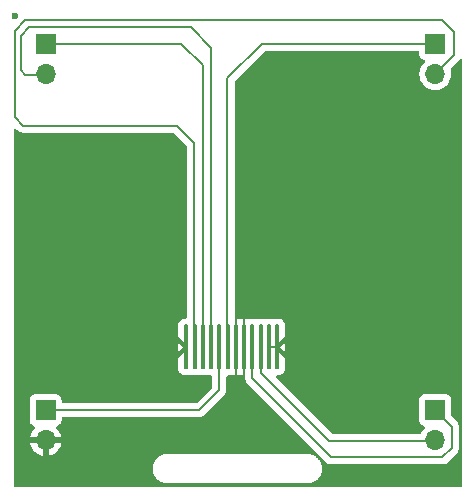
<source format=gbr>
%TF.GenerationSoftware,KiCad,Pcbnew,8.0.1*%
%TF.CreationDate,2024-04-24T15:21:32+01:00*%
%TF.ProjectId,Kishoof_screen,4b697368-6f6f-4665-9f73-637265656e2e,rev?*%
%TF.SameCoordinates,Original*%
%TF.FileFunction,Copper,L2,Bot*%
%TF.FilePolarity,Positive*%
%FSLAX46Y46*%
G04 Gerber Fmt 4.6, Leading zero omitted, Abs format (unit mm)*
G04 Created by KiCad (PCBNEW 8.0.1) date 2024-04-24 15:21:32*
%MOMM*%
%LPD*%
G01*
G04 APERTURE LIST*
G04 Aperture macros list*
%AMRoundRect*
0 Rectangle with rounded corners*
0 $1 Rounding radius*
0 $2 $3 $4 $5 $6 $7 $8 $9 X,Y pos of 4 corners*
0 Add a 4 corners polygon primitive as box body*
4,1,4,$2,$3,$4,$5,$6,$7,$8,$9,$2,$3,0*
0 Add four circle primitives for the rounded corners*
1,1,$1+$1,$2,$3*
1,1,$1+$1,$4,$5*
1,1,$1+$1,$6,$7*
1,1,$1+$1,$8,$9*
0 Add four rect primitives between the rounded corners*
20,1,$1+$1,$2,$3,$4,$5,0*
20,1,$1+$1,$4,$5,$6,$7,0*
20,1,$1+$1,$6,$7,$8,$9,0*
20,1,$1+$1,$8,$9,$2,$3,0*%
G04 Aperture macros list end*
%TA.AperFunction,ComponentPad*%
%ADD10R,1.700000X1.700000*%
%TD*%
%TA.AperFunction,ComponentPad*%
%ADD11O,1.700000X1.700000*%
%TD*%
%TA.AperFunction,SMDPad,CuDef*%
%ADD12RoundRect,0.088900X0.088900X1.816100X-0.088900X1.816100X-0.088900X-1.816100X0.088900X-1.816100X0*%
%TD*%
%TA.AperFunction,ViaPad*%
%ADD13C,0.600000*%
%TD*%
%TA.AperFunction,Conductor*%
%ADD14C,0.200000*%
%TD*%
G04 APERTURE END LIST*
D10*
%TO.P,J4,1,Pin_1*%
%TO.N,+3.3V*%
X94000000Y-74000000D03*
D11*
%TO.P,J4,2,Pin_2*%
%TO.N,/LCD_BACKLIGHT*%
X94000000Y-76540000D03*
%TD*%
D10*
%TO.P,J2,1,Pin_1*%
%TO.N,/LCD_DC*%
X94000000Y-43000000D03*
D11*
%TO.P,J2,2,Pin_2*%
%TO.N,/LCD_RESET*%
X94000000Y-45540000D03*
%TD*%
D12*
%TO.P,U1,1,GND*%
%TO.N,GND*%
X80613900Y-68650000D03*
%TO.P,U1,2,LEDK*%
X79913900Y-68650000D03*
%TO.P,U1,3,LEDA*%
%TO.N,/LCD_BACKLIGHT*%
X79213900Y-68650000D03*
%TO.P,U1,4,VDD*%
%TO.N,+3.3V*%
X78513900Y-68650000D03*
%TO.P,U1,5,GND*%
%TO.N,GND*%
X77813900Y-68650000D03*
%TO.P,U1,6,GND*%
X77113900Y-68650000D03*
%TO.P,U1,7,D/C*%
%TO.N,/LCD_DC*%
X76413900Y-68650000D03*
%TO.P,U1,8,~{CS}*%
%TO.N,/LCD_SPI3_SS*%
X75713900Y-68650000D03*
%TO.P,U1,9,SCL*%
%TO.N,/LCD_SPI3_SCK*%
X75013900Y-68650000D03*
%TO.P,U1,10,SDA*%
%TO.N,/LCD_SPI3_MOSI*%
X74313900Y-68650000D03*
%TO.P,U1,11,RESET*%
%TO.N,/LCD_RESET*%
X73613900Y-68650000D03*
%TO.P,U1,12,GND*%
%TO.N,GND*%
X72913900Y-68650000D03*
%TD*%
D10*
%TO.P,J1,1,Pin_1*%
%TO.N,/LCD_SPI3_MOSI*%
X61000000Y-43000000D03*
D11*
%TO.P,J1,2,Pin_2*%
%TO.N,/LCD_SPI3_SCK*%
X61000000Y-45540000D03*
%TD*%
D10*
%TO.P,J3,1,Pin_1*%
%TO.N,/LCD_SPI3_SS*%
X61000000Y-74000000D03*
D11*
%TO.P,J3,2,Pin_2*%
%TO.N,GND*%
X61000000Y-76540000D03*
%TD*%
D13*
%TO.N,GND*%
X58400000Y-40600000D03*
%TD*%
D14*
%TO.N,/LCD_SPI3_MOSI*%
X74300000Y-68636100D02*
X74313900Y-68650000D01*
X74300000Y-44800000D02*
X74300000Y-68636100D01*
X72500000Y-43000000D02*
X74300000Y-44800000D01*
X61000000Y-43000000D02*
X72500000Y-43000000D01*
%TO.N,/LCD_SPI3_SCK*%
X73300000Y-41600000D02*
X59600000Y-41600000D01*
X58900000Y-45200000D02*
X59300000Y-45600000D01*
X59300000Y-45600000D02*
X60960000Y-45600000D01*
X58900000Y-42300000D02*
X58900000Y-45200000D01*
X59600000Y-41600000D02*
X58900000Y-42300000D01*
X75013900Y-68650000D02*
X75000000Y-68636100D01*
X75000000Y-68636100D02*
X75000000Y-43300000D01*
X75000000Y-43300000D02*
X73300000Y-41600000D01*
%TO.N,/LCD_DC*%
X79300000Y-43000000D02*
X76400000Y-45900000D01*
X76400000Y-68636100D02*
X76413900Y-68650000D01*
X94000000Y-43000000D02*
X79300000Y-43000000D01*
X76400000Y-45900000D02*
X76400000Y-68636100D01*
%TO.N,/LCD_RESET*%
X72100000Y-49900000D02*
X73600000Y-51400000D01*
X94000000Y-45540000D02*
X95600000Y-43940000D01*
X59300000Y-41000000D02*
X58400000Y-41900000D01*
X59100000Y-49900000D02*
X72100000Y-49900000D01*
X94600000Y-41000000D02*
X59300000Y-41000000D01*
X94000000Y-45640000D02*
X94000000Y-45540000D01*
X73600000Y-68636100D02*
X73613900Y-68650000D01*
X73600000Y-51400000D02*
X73600000Y-68636100D01*
X95600000Y-42000000D02*
X94600000Y-41000000D01*
X58400000Y-41900000D02*
X58400000Y-49200000D01*
X58400000Y-49200000D02*
X59100000Y-49900000D01*
X95600000Y-43940000D02*
X95600000Y-42000000D01*
%TO.N,GND*%
X79913900Y-68650000D02*
X80613900Y-68650000D01*
X77113900Y-66113900D02*
X77100000Y-66100000D01*
X77800000Y-68636100D02*
X77800000Y-66100000D01*
X77113900Y-71386100D02*
X77113900Y-66113900D01*
X77800000Y-71400000D02*
X77813900Y-71386100D01*
X77813900Y-68650000D02*
X77800000Y-68636100D01*
X77100000Y-71400000D02*
X77113900Y-71386100D01*
X77813900Y-71386100D02*
X77813900Y-68650000D01*
%TO.N,/LCD_SPI3_SS*%
X74000000Y-74000000D02*
X61000000Y-74000000D01*
X75700000Y-72300000D02*
X74000000Y-74000000D01*
X75713900Y-68650000D02*
X75700000Y-68663900D01*
X75700000Y-68663900D02*
X75700000Y-72300000D01*
%TO.N,/LCD_BACKLIGHT*%
X79213900Y-70813900D02*
X85000000Y-76600000D01*
X93940000Y-76600000D02*
X94000000Y-76540000D01*
X79213900Y-68650000D02*
X79213900Y-70813900D01*
X85000000Y-76600000D02*
X93940000Y-76600000D01*
X94000000Y-76540000D02*
X94000000Y-76640000D01*
%TO.N,+3.3V*%
X95400000Y-77200000D02*
X94600000Y-78000000D01*
X85200000Y-78000000D02*
X78513900Y-71313900D01*
X94000000Y-74000000D02*
X95400000Y-75400000D01*
X95400000Y-75400000D02*
X95400000Y-77200000D01*
X78513900Y-71313900D02*
X78513900Y-68650000D01*
X94600000Y-78000000D02*
X85200000Y-78000000D01*
%TD*%
%TA.AperFunction,Conductor*%
%TO.N,GND*%
G36*
X92592540Y-43620185D02*
G01*
X92638295Y-43672989D01*
X92649501Y-43724500D01*
X92649501Y-43897876D01*
X92655908Y-43957483D01*
X92706202Y-44092328D01*
X92706206Y-44092335D01*
X92792452Y-44207544D01*
X92792455Y-44207547D01*
X92907664Y-44293793D01*
X92907671Y-44293797D01*
X93039081Y-44342810D01*
X93095015Y-44384681D01*
X93119432Y-44450145D01*
X93104580Y-44518418D01*
X93083430Y-44546673D01*
X92961503Y-44668600D01*
X92825965Y-44862169D01*
X92825964Y-44862171D01*
X92761927Y-44999500D01*
X92727309Y-45073739D01*
X92726098Y-45076335D01*
X92726094Y-45076344D01*
X92664938Y-45304586D01*
X92664936Y-45304596D01*
X92644341Y-45539999D01*
X92644341Y-45540000D01*
X92664936Y-45775403D01*
X92664938Y-45775413D01*
X92726094Y-46003655D01*
X92726096Y-46003659D01*
X92726097Y-46003663D01*
X92812770Y-46189534D01*
X92825965Y-46217830D01*
X92825967Y-46217834D01*
X92850855Y-46253377D01*
X92961505Y-46411401D01*
X93128599Y-46578495D01*
X93225384Y-46646265D01*
X93322165Y-46714032D01*
X93322167Y-46714033D01*
X93322170Y-46714035D01*
X93536337Y-46813903D01*
X93764592Y-46875063D01*
X93952918Y-46891539D01*
X93999999Y-46895659D01*
X94000000Y-46895659D01*
X94000001Y-46895659D01*
X94039234Y-46892226D01*
X94235408Y-46875063D01*
X94463663Y-46813903D01*
X94677830Y-46714035D01*
X94871401Y-46578495D01*
X95038495Y-46411401D01*
X95174035Y-46217830D01*
X95273903Y-46003663D01*
X95335063Y-45775408D01*
X95355659Y-45540000D01*
X95354896Y-45531284D01*
X95351539Y-45492918D01*
X95335063Y-45304592D01*
X95300671Y-45176239D01*
X95302334Y-45106393D01*
X95332763Y-45056470D01*
X96080520Y-44308716D01*
X96080520Y-44308715D01*
X96086267Y-44302969D01*
X96088288Y-44304990D01*
X96133541Y-44271942D01*
X96203287Y-44267780D01*
X96264210Y-44301987D01*
X96296969Y-44363701D01*
X96299500Y-44388627D01*
X96299500Y-80375500D01*
X96279815Y-80442539D01*
X96227011Y-80488294D01*
X96175500Y-80499500D01*
X58424500Y-80499500D01*
X58357461Y-80479815D01*
X58311706Y-80427011D01*
X58300500Y-80375500D01*
X58300500Y-78934997D01*
X70058153Y-78934997D01*
X70058406Y-78937486D01*
X70058406Y-78962514D01*
X70058154Y-78964997D01*
X70058154Y-78965002D01*
X70065721Y-79011715D01*
X70066683Y-79019018D01*
X70078212Y-79132573D01*
X70078740Y-79139989D01*
X70079354Y-79154910D01*
X70080675Y-79187077D01*
X70081481Y-79189655D01*
X70086491Y-79214110D01*
X70086764Y-79216806D01*
X70103492Y-79260851D01*
X70105927Y-79267895D01*
X70138036Y-79370658D01*
X70140230Y-79378597D01*
X70150799Y-79422471D01*
X70150802Y-79422478D01*
X70153047Y-79426605D01*
X70162472Y-79448864D01*
X70163875Y-79453356D01*
X70163876Y-79453358D01*
X70163878Y-79453361D01*
X70188026Y-79491483D01*
X70188031Y-79491490D01*
X70192206Y-79498594D01*
X70241221Y-79588705D01*
X70245067Y-79596400D01*
X70263446Y-79636605D01*
X70263450Y-79636611D01*
X70267043Y-79640959D01*
X70280376Y-79660685D01*
X70283070Y-79665637D01*
X70283071Y-79665639D01*
X70313518Y-79697674D01*
X70319227Y-79704114D01*
X70382873Y-79781140D01*
X70388316Y-79788235D01*
X70413448Y-79823556D01*
X70413451Y-79823558D01*
X70418453Y-79827692D01*
X70435051Y-79844290D01*
X70439189Y-79849298D01*
X70439193Y-79849302D01*
X70474522Y-79874440D01*
X70481616Y-79879883D01*
X70558626Y-79943515D01*
X70565067Y-79949224D01*
X70597111Y-79979679D01*
X70602063Y-79982373D01*
X70621797Y-79995711D01*
X70626139Y-79999299D01*
X70626140Y-79999299D01*
X70626142Y-79999301D01*
X70666367Y-80017688D01*
X70674027Y-80021517D01*
X70764162Y-80070546D01*
X70771259Y-80074719D01*
X70809384Y-80098870D01*
X70809387Y-80098871D01*
X70809389Y-80098872D01*
X70813872Y-80100272D01*
X70836148Y-80109704D01*
X70840275Y-80111949D01*
X70884172Y-80122523D01*
X70892090Y-80124712D01*
X70992093Y-80155958D01*
X71000201Y-80158803D01*
X71041388Y-80174886D01*
X71046982Y-80175506D01*
X71070299Y-80180395D01*
X71072054Y-80180943D01*
X71075676Y-80182075D01*
X71119888Y-80183890D01*
X71128427Y-80184539D01*
X71197768Y-80192229D01*
X71216187Y-80195698D01*
X71234108Y-80200500D01*
X71265480Y-80200500D01*
X71279149Y-80201256D01*
X71310318Y-80204713D01*
X71310318Y-80204712D01*
X71310319Y-80204713D01*
X71317990Y-80203543D01*
X71328654Y-80201917D01*
X71347347Y-80200500D01*
X83108487Y-80200500D01*
X83128317Y-80202095D01*
X83143749Y-80204596D01*
X83177848Y-80201133D01*
X83190373Y-80200500D01*
X83224641Y-80200500D01*
X83224642Y-80200500D01*
X83239742Y-80196453D01*
X83259303Y-80192863D01*
X83341313Y-80184537D01*
X83348737Y-80184008D01*
X83395824Y-80182075D01*
X83398398Y-80181270D01*
X83422875Y-80176257D01*
X83425559Y-80175985D01*
X83469622Y-80159248D01*
X83476618Y-80156829D01*
X83579421Y-80124708D01*
X83587328Y-80122522D01*
X83631225Y-80111949D01*
X83635344Y-80109708D01*
X83657629Y-80100271D01*
X83662111Y-80098872D01*
X83700261Y-80074704D01*
X83707330Y-80070549D01*
X83764742Y-80039320D01*
X83797453Y-80021528D01*
X83805152Y-80017680D01*
X83805163Y-80017675D01*
X83845359Y-79999301D01*
X83849702Y-79995711D01*
X83869438Y-79982370D01*
X83874390Y-79979678D01*
X83880836Y-79973551D01*
X83906424Y-79949232D01*
X83912865Y-79943522D01*
X83989893Y-79879874D01*
X83996976Y-79874438D01*
X84032308Y-79849299D01*
X84036434Y-79844304D01*
X84053049Y-79827689D01*
X84058050Y-79823558D01*
X84083206Y-79788202D01*
X84088626Y-79781140D01*
X84152282Y-79704100D01*
X84157959Y-79697696D01*
X84188428Y-79665640D01*
X84191123Y-79660685D01*
X84204459Y-79640954D01*
X84208051Y-79636608D01*
X84226430Y-79596400D01*
X84230272Y-79588712D01*
X84279292Y-79498594D01*
X84279301Y-79498578D01*
X84283447Y-79491522D01*
X84307622Y-79453361D01*
X84309021Y-79448879D01*
X84318459Y-79426592D01*
X84320699Y-79422475D01*
X84331272Y-79378578D01*
X84333462Y-79370658D01*
X84365579Y-79267868D01*
X84367998Y-79260872D01*
X84384735Y-79216809D01*
X84385007Y-79214125D01*
X84390020Y-79189648D01*
X84390825Y-79187074D01*
X84392758Y-79139991D01*
X84393288Y-79132560D01*
X84402165Y-79045123D01*
X84404816Y-79019010D01*
X84405771Y-79011747D01*
X84413346Y-78965001D01*
X84413095Y-78962528D01*
X84413095Y-78937467D01*
X84413346Y-78934999D01*
X84405772Y-78888256D01*
X84404815Y-78880981D01*
X84393287Y-78767425D01*
X84392758Y-78760003D01*
X84390825Y-78712926D01*
X84390824Y-78712922D01*
X84390824Y-78712921D01*
X84390018Y-78710342D01*
X84385007Y-78685873D01*
X84384735Y-78683191D01*
X84384734Y-78683188D01*
X84384734Y-78683187D01*
X84368009Y-78639154D01*
X84365577Y-78632122D01*
X84333461Y-78529340D01*
X84331270Y-78521410D01*
X84321420Y-78480520D01*
X84320699Y-78477525D01*
X84318454Y-78473398D01*
X84309022Y-78451122D01*
X84307622Y-78446639D01*
X84307621Y-78446637D01*
X84307620Y-78446634D01*
X84283469Y-78408509D01*
X84279292Y-78401405D01*
X84259149Y-78364374D01*
X84230267Y-78311277D01*
X84226438Y-78303617D01*
X84208051Y-78263392D01*
X84204461Y-78259047D01*
X84191123Y-78239313D01*
X84188429Y-78234362D01*
X84188429Y-78234360D01*
X84157974Y-78202317D01*
X84152265Y-78195876D01*
X84088633Y-78118866D01*
X84083190Y-78111772D01*
X84058052Y-78076443D01*
X84058048Y-78076439D01*
X84053040Y-78072301D01*
X84036442Y-78055703D01*
X84032308Y-78050701D01*
X84032306Y-78050698D01*
X83996985Y-78025566D01*
X83989890Y-78020123D01*
X83912864Y-77956477D01*
X83906424Y-77950768D01*
X83874389Y-77920321D01*
X83874387Y-77920320D01*
X83869435Y-77917626D01*
X83849709Y-77904293D01*
X83845361Y-77900700D01*
X83845355Y-77900696D01*
X83805150Y-77882317D01*
X83797455Y-77878471D01*
X83707344Y-77829456D01*
X83700240Y-77825281D01*
X83700238Y-77825280D01*
X83662111Y-77801128D01*
X83662108Y-77801126D01*
X83662106Y-77801125D01*
X83657614Y-77799722D01*
X83635355Y-77790297D01*
X83631228Y-77788052D01*
X83631221Y-77788049D01*
X83587347Y-77777480D01*
X83579408Y-77775286D01*
X83476645Y-77743177D01*
X83469601Y-77740742D01*
X83462441Y-77738022D01*
X83425559Y-77724015D01*
X83425558Y-77724014D01*
X83425556Y-77724014D01*
X83423079Y-77723763D01*
X83422859Y-77723740D01*
X83398405Y-77718731D01*
X83395827Y-77717925D01*
X83387809Y-77717595D01*
X83348737Y-77715990D01*
X83341322Y-77715462D01*
X83259307Y-77707136D01*
X83239739Y-77703545D01*
X83224643Y-77699500D01*
X83224642Y-77699500D01*
X83190373Y-77699500D01*
X83177848Y-77698866D01*
X83143749Y-77695403D01*
X83130298Y-77697583D01*
X83128317Y-77697904D01*
X83108487Y-77699500D01*
X71347347Y-77699500D01*
X71328654Y-77698083D01*
X71310318Y-77695286D01*
X71279149Y-77698744D01*
X71265480Y-77699500D01*
X71234108Y-77699500D01*
X71216183Y-77704302D01*
X71197765Y-77707769D01*
X71128437Y-77715458D01*
X71119859Y-77716109D01*
X71075681Y-77717924D01*
X71075670Y-77717926D01*
X71070286Y-77719608D01*
X71046995Y-77724491D01*
X71041389Y-77725113D01*
X71041386Y-77725113D01*
X71000216Y-77741189D01*
X70992096Y-77744039D01*
X70892092Y-77775285D01*
X70884156Y-77777479D01*
X70840274Y-77788051D01*
X70836134Y-77790303D01*
X70813883Y-77799723D01*
X70809398Y-77801124D01*
X70809383Y-77801131D01*
X70771259Y-77825280D01*
X70764159Y-77829454D01*
X70674039Y-77878475D01*
X70666341Y-77882322D01*
X70626144Y-77900697D01*
X70626139Y-77900700D01*
X70621789Y-77904295D01*
X70602067Y-77917625D01*
X70597111Y-77920320D01*
X70565064Y-77950777D01*
X70558628Y-77956482D01*
X70481614Y-78020118D01*
X70474522Y-78025560D01*
X70439190Y-78050701D01*
X70435053Y-78055708D01*
X70418459Y-78072303D01*
X70413454Y-78076438D01*
X70413449Y-78076444D01*
X70388317Y-78111763D01*
X70382875Y-78118855D01*
X70319227Y-78195884D01*
X70313521Y-78202321D01*
X70283073Y-78234358D01*
X70283066Y-78234369D01*
X70280373Y-78239319D01*
X70267049Y-78259032D01*
X70263454Y-78263383D01*
X70263447Y-78263393D01*
X70245065Y-78303604D01*
X70241219Y-78311300D01*
X70192207Y-78401403D01*
X70188034Y-78408502D01*
X70163880Y-78446635D01*
X70163874Y-78446648D01*
X70162473Y-78451133D01*
X70153053Y-78473384D01*
X70150801Y-78477524D01*
X70140229Y-78521406D01*
X70138035Y-78529343D01*
X70105927Y-78632103D01*
X70103492Y-78639145D01*
X70086764Y-78683191D01*
X70086762Y-78683200D01*
X70086488Y-78685901D01*
X70081487Y-78710324D01*
X70080675Y-78712922D01*
X70080674Y-78712929D01*
X70078741Y-78759990D01*
X70078212Y-78767425D01*
X70066683Y-78880981D01*
X70065721Y-78888286D01*
X70058153Y-78934997D01*
X58300500Y-78934997D01*
X58300500Y-68223646D01*
X72236100Y-68223646D01*
X72236100Y-69076352D01*
X72662453Y-68650000D01*
X72662453Y-68649999D01*
X72236100Y-68223646D01*
X58300500Y-68223646D01*
X58300500Y-50249097D01*
X58320185Y-50182058D01*
X58372989Y-50136303D01*
X58442147Y-50126359D01*
X58505703Y-50155384D01*
X58512181Y-50161416D01*
X58615139Y-50264374D01*
X58615149Y-50264385D01*
X58619479Y-50268715D01*
X58619480Y-50268716D01*
X58731284Y-50380520D01*
X58731286Y-50380521D01*
X58731290Y-50380524D01*
X58868209Y-50459573D01*
X58868216Y-50459577D01*
X58980019Y-50489534D01*
X59020942Y-50500500D01*
X59020943Y-50500500D01*
X71799903Y-50500500D01*
X71866942Y-50520185D01*
X71887584Y-50536819D01*
X72963181Y-51612416D01*
X72996666Y-51673739D01*
X72999500Y-51700097D01*
X72999500Y-66121000D01*
X72979815Y-66188039D01*
X72927011Y-66233794D01*
X72875501Y-66245000D01*
X72786395Y-66245000D01*
X72671274Y-66260154D01*
X72671265Y-66260157D01*
X72528010Y-66319495D01*
X72404991Y-66413891D01*
X72310595Y-66536910D01*
X72251257Y-66680165D01*
X72251256Y-66680167D01*
X72236100Y-66795296D01*
X72236100Y-67720753D01*
X72899281Y-68383934D01*
X72932766Y-68445257D01*
X72935600Y-68471615D01*
X72935600Y-68828384D01*
X72915915Y-68895423D01*
X72899281Y-68916065D01*
X72236100Y-69579245D01*
X72236100Y-70504705D01*
X72251254Y-70619825D01*
X72251257Y-70619834D01*
X72310595Y-70763089D01*
X72404991Y-70886108D01*
X72528010Y-70980504D01*
X72671265Y-71039842D01*
X72671267Y-71039843D01*
X72786396Y-71054999D01*
X73041405Y-71054999D01*
X73156525Y-71039845D01*
X73156534Y-71039842D01*
X73215792Y-71015296D01*
X73285261Y-71007826D01*
X73310693Y-71015293D01*
X73371136Y-71040329D01*
X73486369Y-71055500D01*
X73741430Y-71055499D01*
X73856664Y-71040329D01*
X73916450Y-71015564D01*
X73985915Y-71008096D01*
X74011343Y-71015561D01*
X74071136Y-71040329D01*
X74186369Y-71055500D01*
X74441430Y-71055499D01*
X74556664Y-71040329D01*
X74616450Y-71015564D01*
X74685915Y-71008096D01*
X74711343Y-71015561D01*
X74771136Y-71040329D01*
X74886369Y-71055500D01*
X74975500Y-71055499D01*
X75042538Y-71075183D01*
X75088294Y-71127986D01*
X75099500Y-71179499D01*
X75099500Y-71999903D01*
X75079815Y-72066942D01*
X75063181Y-72087584D01*
X73787584Y-73363181D01*
X73726261Y-73396666D01*
X73699903Y-73399500D01*
X62474499Y-73399500D01*
X62407460Y-73379815D01*
X62361705Y-73327011D01*
X62350499Y-73275500D01*
X62350499Y-73102129D01*
X62350498Y-73102123D01*
X62350497Y-73102116D01*
X62344091Y-73042517D01*
X62293796Y-72907669D01*
X62293795Y-72907668D01*
X62293793Y-72907664D01*
X62207547Y-72792455D01*
X62207544Y-72792452D01*
X62092335Y-72706206D01*
X62092328Y-72706202D01*
X61957482Y-72655908D01*
X61957483Y-72655908D01*
X61897883Y-72649501D01*
X61897881Y-72649500D01*
X61897873Y-72649500D01*
X61897864Y-72649500D01*
X60102129Y-72649500D01*
X60102123Y-72649501D01*
X60042516Y-72655908D01*
X59907671Y-72706202D01*
X59907664Y-72706206D01*
X59792455Y-72792452D01*
X59792452Y-72792455D01*
X59706206Y-72907664D01*
X59706202Y-72907671D01*
X59655908Y-73042517D01*
X59649501Y-73102116D01*
X59649501Y-73102123D01*
X59649500Y-73102135D01*
X59649500Y-74897870D01*
X59649501Y-74897876D01*
X59655908Y-74957483D01*
X59706202Y-75092328D01*
X59706206Y-75092335D01*
X59792452Y-75207544D01*
X59792455Y-75207547D01*
X59907664Y-75293793D01*
X59907671Y-75293797D01*
X59907674Y-75293798D01*
X60039598Y-75343002D01*
X60095531Y-75384873D01*
X60119949Y-75450337D01*
X60105098Y-75518610D01*
X60083947Y-75546865D01*
X59961886Y-75668926D01*
X59826400Y-75862420D01*
X59826399Y-75862422D01*
X59726570Y-76076507D01*
X59726567Y-76076513D01*
X59669364Y-76289999D01*
X59669364Y-76290000D01*
X60566988Y-76290000D01*
X60534075Y-76347007D01*
X60500000Y-76474174D01*
X60500000Y-76605826D01*
X60534075Y-76732993D01*
X60566988Y-76790000D01*
X59669364Y-76790000D01*
X59726567Y-77003486D01*
X59726570Y-77003492D01*
X59826399Y-77217578D01*
X59961894Y-77411082D01*
X60128917Y-77578105D01*
X60322421Y-77713600D01*
X60536507Y-77813429D01*
X60536516Y-77813433D01*
X60750000Y-77870634D01*
X60750000Y-76973012D01*
X60807007Y-77005925D01*
X60934174Y-77040000D01*
X61065826Y-77040000D01*
X61192993Y-77005925D01*
X61250000Y-76973012D01*
X61250000Y-77870633D01*
X61463483Y-77813433D01*
X61463492Y-77813429D01*
X61677578Y-77713600D01*
X61871082Y-77578105D01*
X62038105Y-77411082D01*
X62173600Y-77217578D01*
X62273429Y-77003492D01*
X62273432Y-77003486D01*
X62330636Y-76790000D01*
X61433012Y-76790000D01*
X61465925Y-76732993D01*
X61500000Y-76605826D01*
X61500000Y-76474174D01*
X61465925Y-76347007D01*
X61433012Y-76290000D01*
X62330636Y-76290000D01*
X62330635Y-76289999D01*
X62273432Y-76076513D01*
X62273429Y-76076507D01*
X62173600Y-75862422D01*
X62173599Y-75862420D01*
X62038113Y-75668926D01*
X62038108Y-75668920D01*
X61916053Y-75546865D01*
X61882568Y-75485542D01*
X61887552Y-75415850D01*
X61929424Y-75359917D01*
X61960400Y-75343002D01*
X62092331Y-75293796D01*
X62207546Y-75207546D01*
X62293796Y-75092331D01*
X62344091Y-74957483D01*
X62350500Y-74897873D01*
X62350500Y-74724500D01*
X62370185Y-74657461D01*
X62422989Y-74611706D01*
X62474500Y-74600500D01*
X73913331Y-74600500D01*
X73913347Y-74600501D01*
X73920943Y-74600501D01*
X74079054Y-74600501D01*
X74079057Y-74600501D01*
X74231785Y-74559577D01*
X74281904Y-74530639D01*
X74368716Y-74480520D01*
X74480520Y-74368716D01*
X74480520Y-74368714D01*
X74490728Y-74358507D01*
X74490730Y-74358504D01*
X76068713Y-72780521D01*
X76068716Y-72780520D01*
X76180520Y-72668716D01*
X76230639Y-72581904D01*
X76259577Y-72531785D01*
X76300500Y-72379057D01*
X76300500Y-72220943D01*
X76300500Y-71179499D01*
X76320185Y-71112460D01*
X76372989Y-71066705D01*
X76424500Y-71055499D01*
X76541431Y-71055499D01*
X76552305Y-71054067D01*
X76656664Y-71040329D01*
X76717100Y-71015295D01*
X76786566Y-71007826D01*
X76812005Y-71015295D01*
X76871269Y-71039843D01*
X76871267Y-71039843D01*
X76986396Y-71054999D01*
X77241405Y-71054999D01*
X77356525Y-71039845D01*
X77356530Y-71039843D01*
X77416446Y-71015025D01*
X77485915Y-71007556D01*
X77511354Y-71015025D01*
X77571269Y-71039843D01*
X77571267Y-71039843D01*
X77686395Y-71054999D01*
X77789399Y-71054999D01*
X77856438Y-71074683D01*
X77902194Y-71127486D01*
X77913400Y-71178999D01*
X77913400Y-71227230D01*
X77913399Y-71227248D01*
X77913399Y-71392954D01*
X77913398Y-71392954D01*
X77954323Y-71545685D01*
X77983258Y-71595800D01*
X77983259Y-71595804D01*
X77983260Y-71595804D01*
X78033379Y-71682614D01*
X78033381Y-71682617D01*
X78152249Y-71801485D01*
X78152255Y-71801490D01*
X84715139Y-78364374D01*
X84715149Y-78364385D01*
X84719479Y-78368715D01*
X84719480Y-78368716D01*
X84831284Y-78480520D01*
X84909038Y-78525410D01*
X84918095Y-78530639D01*
X84918097Y-78530641D01*
X84968213Y-78559576D01*
X84968215Y-78559577D01*
X85120942Y-78600500D01*
X85120943Y-78600500D01*
X94513331Y-78600500D01*
X94513347Y-78600501D01*
X94520943Y-78600501D01*
X94679054Y-78600501D01*
X94679057Y-78600501D01*
X94831785Y-78559577D01*
X94881904Y-78530639D01*
X94968716Y-78480520D01*
X95080520Y-78368716D01*
X95080520Y-78368714D01*
X95090728Y-78358507D01*
X95090730Y-78358504D01*
X95768713Y-77680521D01*
X95768716Y-77680520D01*
X95880520Y-77568716D01*
X95930639Y-77481904D01*
X95959577Y-77431785D01*
X96000501Y-77279057D01*
X96000501Y-77120943D01*
X96000501Y-77113348D01*
X96000500Y-77113330D01*
X96000500Y-75489059D01*
X96000501Y-75489046D01*
X96000501Y-75320945D01*
X96000501Y-75320943D01*
X95959577Y-75168215D01*
X95915765Y-75092331D01*
X95880520Y-75031284D01*
X95768716Y-74919480D01*
X95764385Y-74915149D01*
X95764374Y-74915139D01*
X95386818Y-74537583D01*
X95353333Y-74476260D01*
X95350499Y-74449902D01*
X95350499Y-73102129D01*
X95350498Y-73102123D01*
X95350497Y-73102116D01*
X95344091Y-73042517D01*
X95293796Y-72907669D01*
X95293795Y-72907668D01*
X95293793Y-72907664D01*
X95207547Y-72792455D01*
X95207544Y-72792452D01*
X95092335Y-72706206D01*
X95092328Y-72706202D01*
X94957482Y-72655908D01*
X94957483Y-72655908D01*
X94897883Y-72649501D01*
X94897881Y-72649500D01*
X94897873Y-72649500D01*
X94897864Y-72649500D01*
X93102129Y-72649500D01*
X93102123Y-72649501D01*
X93042516Y-72655908D01*
X92907671Y-72706202D01*
X92907664Y-72706206D01*
X92792455Y-72792452D01*
X92792452Y-72792455D01*
X92706206Y-72907664D01*
X92706202Y-72907671D01*
X92655908Y-73042517D01*
X92649501Y-73102116D01*
X92649501Y-73102123D01*
X92649500Y-73102135D01*
X92649500Y-74897870D01*
X92649501Y-74897876D01*
X92655908Y-74957483D01*
X92706202Y-75092328D01*
X92706206Y-75092335D01*
X92792452Y-75207544D01*
X92792455Y-75207547D01*
X92907664Y-75293793D01*
X92907671Y-75293797D01*
X93039081Y-75342810D01*
X93095015Y-75384681D01*
X93119432Y-75450145D01*
X93104580Y-75518418D01*
X93083430Y-75546673D01*
X92961503Y-75668600D01*
X92825965Y-75862169D01*
X92825964Y-75862171D01*
X92795312Y-75927905D01*
X92749139Y-75980344D01*
X92682930Y-75999500D01*
X85300097Y-75999500D01*
X85233058Y-75979815D01*
X85212416Y-75963181D01*
X80515915Y-71266680D01*
X80482430Y-71205357D01*
X80487414Y-71135665D01*
X80529286Y-71079732D01*
X80594750Y-71055315D01*
X80603596Y-71054999D01*
X80741405Y-71054999D01*
X80856525Y-71039845D01*
X80856534Y-71039842D01*
X80999789Y-70980504D01*
X81122808Y-70886108D01*
X81217204Y-70763089D01*
X81276542Y-70619834D01*
X81276543Y-70619832D01*
X81291699Y-70504703D01*
X81291699Y-69579246D01*
X80450134Y-68737681D01*
X80416649Y-68676358D01*
X80418534Y-68650001D01*
X80865347Y-68650001D01*
X81291698Y-69076352D01*
X81291699Y-69076351D01*
X81291699Y-68223647D01*
X81291698Y-68223646D01*
X80865347Y-68649999D01*
X80865347Y-68650001D01*
X80418534Y-68650001D01*
X80421633Y-68606666D01*
X80450134Y-68562319D01*
X80613900Y-68398553D01*
X81291698Y-67720753D01*
X81291699Y-67720752D01*
X81291699Y-66795294D01*
X81276545Y-66680174D01*
X81276542Y-66680165D01*
X81217204Y-66536910D01*
X81122808Y-66413891D01*
X80999789Y-66319495D01*
X80856534Y-66260157D01*
X80856532Y-66260156D01*
X80741403Y-66245000D01*
X80486394Y-66245000D01*
X80371269Y-66260155D01*
X80371267Y-66260156D01*
X80311350Y-66284974D01*
X80241881Y-66292442D01*
X80216447Y-66284973D01*
X80156537Y-66260158D01*
X80156532Y-66260156D01*
X80041403Y-66245000D01*
X79786394Y-66245000D01*
X79671269Y-66260155D01*
X79671267Y-66260156D01*
X79612002Y-66284704D01*
X79542533Y-66292172D01*
X79517100Y-66284704D01*
X79498164Y-66276860D01*
X79456664Y-66259671D01*
X79341431Y-66244500D01*
X79086369Y-66244500D01*
X78971135Y-66259671D01*
X78971132Y-66259672D01*
X78911350Y-66284434D01*
X78841881Y-66291901D01*
X78816450Y-66284434D01*
X78756664Y-66259671D01*
X78756663Y-66259670D01*
X78756661Y-66259670D01*
X78641431Y-66244500D01*
X78386368Y-66244500D01*
X78271138Y-66259669D01*
X78271137Y-66259670D01*
X78210698Y-66284704D01*
X78141229Y-66292171D01*
X78115795Y-66284703D01*
X78056537Y-66260158D01*
X78056532Y-66260156D01*
X77941403Y-66245000D01*
X77686394Y-66245000D01*
X77571269Y-66260155D01*
X77571267Y-66260156D01*
X77511350Y-66284974D01*
X77441881Y-66292442D01*
X77416447Y-66284973D01*
X77356537Y-66260158D01*
X77356532Y-66260156D01*
X77241404Y-66245000D01*
X77124500Y-66245000D01*
X77057461Y-66225315D01*
X77011706Y-66172511D01*
X77000500Y-66121000D01*
X77000500Y-46200097D01*
X77020185Y-46133058D01*
X77036819Y-46112416D01*
X79512416Y-43636819D01*
X79573739Y-43603334D01*
X79600097Y-43600500D01*
X92525501Y-43600500D01*
X92592540Y-43620185D01*
G37*
%TD.AperFunction*%
%TD*%
M02*

</source>
